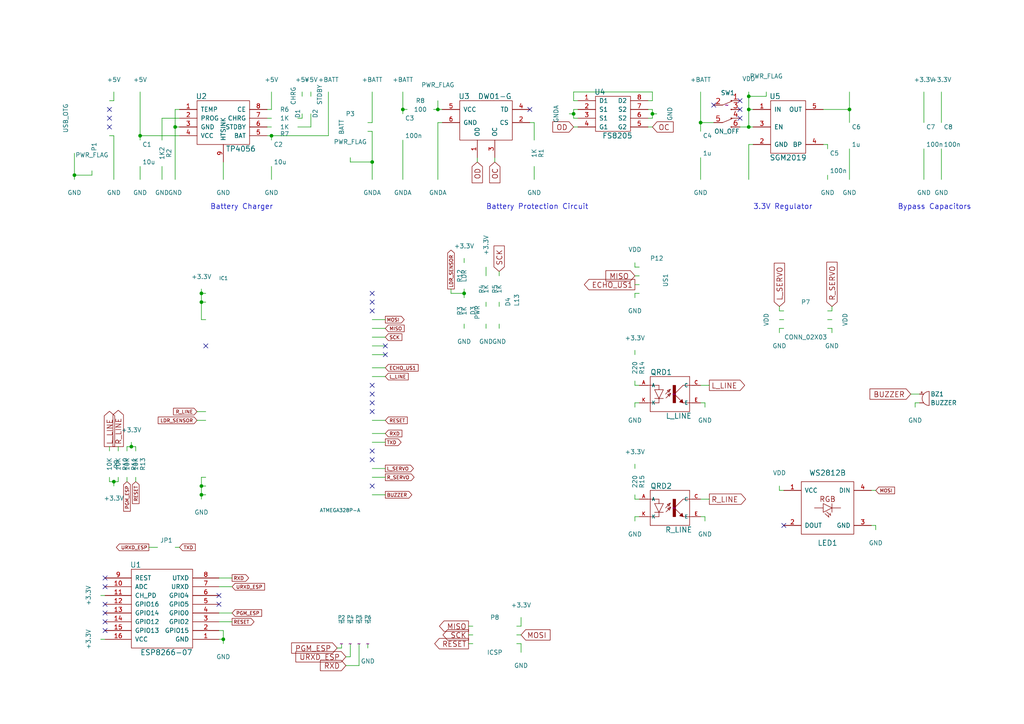
<source format=kicad_sch>
(kicad_sch (version 20230121) (generator eeschema)
  (paper "A4")
  (title_block (title "RoDI - WiFi") (date "12 apr 2015"))
  (lib_symbols
    (symbol "rodi:DW01-G" (pin_names (offset 1.016))
      (property "Reference" "U" (at -6.35 7.62 0))
      (property "Value" "DW01-G" (at 2.54 7.62 0))
      (symbol "DW01-G_0_1"
        (rectangle (start -7.62 6.35) (end 7.62 -5.08))
      )
      (symbol "DW01-G_1_1"
        (pin output line (at -2.54 -10.16 90) (length 5.08) (name "OD") (number "1"))
        (pin input line (at 12.7 0 180) (length 5.08) (name "CS") (number "2"))
        (pin output line (at 2.54 -10.16 90) (length 5.08) (name "OC") (number "3"))
        (pin input line (at 12.7 3.81 180) (length 5.08) (name "TD") (number "4"))
        (pin power_in line (at -12.7 3.81 0) (length 5.08) (name "VCC") (number "5"))
        (pin power_in line (at -12.7 0 0) (length 5.08) (name "GND") (number "6"))
      )
    )
    (symbol "rodi:ESP8266-07" (pin_names (offset 1.016))
      (property "Reference" "U" (at -7.62 12.7 0))
      (property "Value" "ESP8266-07" (at 1.27 -12.7 0))
      (symbol "ESP8266-07_0_1"
        (rectangle (start -8.89 11.43) (end 8.89 -11.43))
      )
      (symbol "ESP8266-07_1_1"
        (pin power_in line (at 16.51 -8.89 180) (length 7.62) (name "GND") (number "1"))
        (pin input line (at -16.51 6.35 0) (length 7.62) (name "ADC") (number "10"))
        (pin input line (at -16.51 3.81 0) (length 7.62) (name "CH_PD") (number "11"))
        (pin bidirectional line (at -16.51 1.27 0) (length 7.62) (name "GPIO16") (number "12"))
        (pin bidirectional line (at -16.51 -1.27 0) (length 7.62) (name "GPIO14") (number "13"))
        (pin bidirectional line (at -16.51 -3.81 0) (length 7.62) (name "GPIO12") (number "14"))
        (pin bidirectional line (at -16.51 -6.35 0) (length 7.62) (name "GPIO13") (number "15"))
        (pin power_in line (at -16.51 -8.89 0) (length 7.62) (name "VCC") (number "16"))
        (pin input line (at 16.51 -6.35 180) (length 7.62) (name "GPIO15") (number "2"))
        (pin bidirectional line (at 16.51 -3.81 180) (length 7.62) (name "GPIO2") (number "3"))
        (pin bidirectional line (at 16.51 -1.27 180) (length 7.62) (name "GPIO0") (number "4"))
        (pin bidirectional line (at 16.51 1.27 180) (length 7.62) (name "GPIO5") (number "5"))
        (pin bidirectional line (at 16.51 3.81 180) (length 7.62) (name "GPIO4") (number "6"))
        (pin input line (at 16.51 6.35 180) (length 7.62) (name "URXD") (number "7"))
        (pin output line (at 16.51 8.89 180) (length 7.62) (name "UTXD") (number "8"))
        (pin input line (at -16.51 8.89 0) (length 7.62) (name "REST") (number "9"))
      )
    )
    (symbol "rodi:FS8205" (pin_names (offset 1.016))
      (property "Reference" "U" (at -3.81 6.35 0))
      (property "Value" "FS8205" (at 1.27 -6.35 0))
      (symbol "FS8205_0_1"
        (rectangle (start -5.08 5.08) (end 5.08 -5.08))
      )
      (symbol "FS8205_1_1"
        (pin bidirectional line (at -10.16 3.81 0) (length 5.08) (name "D1") (number "1"))
        (pin power_in line (at -10.16 1.27 0) (length 5.08) (name "S1") (number "2"))
        (pin power_in line (at -10.16 -1.27 0) (length 5.08) (name "S1") (number "3"))
        (pin bidirectional line (at -10.16 -3.81 0) (length 5.08) (name "G1") (number "4"))
        (pin bidirectional line (at 10.16 -3.81 180) (length 5.08) (name "G2") (number "5"))
        (pin power_in line (at 10.16 -1.27 180) (length 5.08) (name "S2") (number "6"))
        (pin power_in line (at 10.16 1.27 180) (length 5.08) (name "S2") (number "7"))
        (pin bidirectional line (at 10.16 3.81 180) (length 5.08) (name "D2") (number "8"))
      )
    )
    (symbol "rodi:QRD1114" (pin_names (offset 1.016))
      (property "Reference" "VAL" (at -2.54 6.35 0))
      (property "Value" "QRD1114" (at 2.54 -6.35 0))
      (symbol "QRD1114_1_0"
        (polyline (pts (xy -5.715 -5.08) (xy 5.715 -5.08)))
        (polyline (pts (xy -5.715 5.08) (xy -5.715 -5.08)))
        (polyline (pts (xy -5.715 5.08) (xy 5.715 5.08)))
        (polyline (pts (xy -3.175 -2.54) (xy -6.35 -2.54)))
        (polyline (pts (xy -3.175 -1.27) (xy -4.445 -1.27)))
        (polyline (pts (xy -3.175 -1.27) (xy -4.445 1.27)))
        (polyline (pts (xy -3.175 -1.27) (xy -3.175 -2.54)))
        (polyline (pts (xy -3.175 1.27) (xy -4.445 1.27)))
        (polyline (pts (xy -3.175 2.54) (xy -6.35 2.54)))
        (polyline (pts (xy -3.175 2.54) (xy -3.175 1.27)))
        (polyline (pts (xy -1.905 -1.27) (xy -3.175 -1.27)))
        (polyline (pts (xy -1.905 1.27) (xy -3.175 -1.27)))
        (polyline (pts (xy -1.905 1.27) (xy -3.175 1.27)))
        (polyline (pts (xy -1.27 0) (xy 0.127 1.397)))
        (polyline (pts (xy -1.143 -1.143) (xy 0.254 0.254)))
        (polyline (pts (xy -0.762 1.016) (xy -0.254 0.508)))
        (polyline (pts (xy -0.635 -0.127) (xy -0.127 -0.635)))
        (polyline (pts (xy -0.254 0.508) (xy 0.127 1.397)))
        (polyline (pts (xy -0.127 -0.635) (xy 0.254 0.254)))
        (polyline (pts (xy 0.127 1.397) (xy -0.762 1.016)))
        (polyline (pts (xy 0.254 0.254) (xy -0.635 -0.127)))
        (polyline (pts (xy 1.27 0) (xy 3.81 -2.54)))
        (polyline (pts (xy 3.81 -2.54) (xy 6.35 -2.54)))
        (polyline (pts (xy 3.81 2.54) (xy 1.27 0)))
        (polyline (pts (xy 3.81 2.54) (xy 6.35 2.54)))
        (polyline (pts (xy 5.715 5.08) (xy 5.715 -5.08)))
        (polyline (pts (xy 3.81 -2.54) (xy 3.556 -1.524) (xy 2.794 -2.286) (xy 3.81 -2.54)) (fill (type outline)))
      )
      (symbol "QRD1114_1_1"
        (rectangle (start 0.889 -2.54) (end 1.651 2.54) (fill (type outline)))
        (pin passive line (at -8.89 2.54 0) (length 2.54) (name "A") (number "A"))
        (pin passive line (at 8.89 2.54 180) (length 2.54) (name "C") (number "C"))
        (pin passive line (at 8.89 -2.54 180) (length 2.54) (name "E") (number "E"))
        (pin passive line (at -8.89 -2.54 0) (length 2.54) (name "K") (number "K"))
      )
    )
    (symbol "rodi:SGM2019" (pin_names (offset 1.016))
      (property "Reference" "U" (at -3.81 8.89 0))
      (property "Value" "SGM2019" (at 0 -8.89 0))
      (symbol "SGM2019_0_1"
        (rectangle (start -5.08 7.62) (end 5.08 -7.62))
      )
      (symbol "SGM2019_1_1"
        (pin power_in line (at -10.16 5.08 0) (length 5.08) (name "IN") (number "1"))
        (pin power_in line (at -10.16 -5.08 0) (length 5.08) (name "GND") (number "2"))
        (pin input line (at -10.16 0 0) (length 5.08) (name "EN") (number "3"))
        (pin output line (at 10.16 -5.08 180) (length 5.08) (name "BP") (number "4"))
        (pin power_out line (at 10.16 5.08 180) (length 5.08) (name "OUT") (number "5"))
      )
    )
    (symbol "rodi:SW_DPDT_5.8" (pin_names (offset 1.016) hide)
      (property "Reference" "SW" (at 0.254 3.556 0))
      (property "Value" "SW_DPDT_5.8" (at 0 -7.62 0))
      (symbol "SW_DPDT_5.8_0_1"
        (polyline (pts (xy -1.27 -5.08) (xy 1.524 -3.937)))
        (polyline (pts (xy -1.27 0) (xy 1.524 1.143)))
        (circle (center 1.27 -6.35) (radius 0.127))
        (circle (center 1.27 -3.81) (radius 0.127))
        (circle (center 1.27 -1.27) (radius 0.127))
        (circle (center 1.27 1.27) (radius 0.127))
        (pin passive line (at 3.81 1.27 180) (length 2.54) (name "NC") (number "1"))
        (pin passive line (at -3.81 0 0) (length 2.54) (name "COM") (number "2"))
        (pin passive line (at 3.81 -1.27 180) (length 2.54) (name "NO") (number "3"))
        (pin passive line (at 3.81 -3.81 180) (length 2.54) (name "NC") (number "4"))
        (pin passive line (at -3.81 -5.08 0) (length 2.54) (name "COM") (number "5"))
        (pin passive line (at 3.81 -6.35 180) (length 2.54) (name "NO") (number "6"))
      )
    )
    (symbol "rodi:TP4056" (pin_names (offset 1.016))
      (property "Reference" "U" (at -6.35 7.62 0))
      (property "Value" "TP4056" (at 5.08 -7.62 0))
      (symbol "TP4056_0_1"
        (rectangle (start -7.62 6.35) (end 7.62 -6.35))
      )
      (symbol "TP4056_1_1"
        (pin power_in line (at -12.7 3.81 0) (length 5.08) (name "TEMP") (number "1"))
        (pin input line (at -12.7 1.27 0) (length 5.08) (name "PROG") (number "2"))
        (pin power_in line (at -12.7 -1.27 0) (length 5.08) (name "GND") (number "3"))
        (pin power_in line (at -12.7 -3.81 0) (length 5.08) (name "VCC") (number "4"))
        (pin power_out line (at 12.7 -3.81 180) (length 5.08) (name "BAT") (number "5"))
        (pin output line (at 12.7 -1.27 180) (length 5.08) (name "STDBY") (number "6"))
        (pin output line (at 12.7 1.27 180) (length 5.08) (name "CHRG") (number "7"))
        (pin power_in line (at 12.7 3.81 180) (length 5.08) (name "CE") (number "8"))
        (pin power_in line (at 0 -11.43 90) (length 5.08) (name "HTSINK") (number "9"))
      )
    )
    (symbol "rodi:WS2812B" (pin_names (offset 1.016))
      (property "Reference" "LED" (at 0 -10.16 0))
      (property "Value" "WS2812B" (at 0 10.16 0))
      (symbol "WS2812B_0_0"
        (polyline (pts (xy -1.27 0) (xy -3.81 0)))
        (polyline (pts (xy -0.254 -1.143) (xy 0.889 -2.159)))
        (polyline (pts (xy 0.381 -2.667) (xy -0.762 -1.651)))
        (polyline (pts (xy 0.381 -2.667) (xy 0.254 -2.032)))
        (polyline (pts (xy 0.889 -2.159) (xy 0.762 -1.524)))
        (polyline (pts (xy 1.27 0) (xy 3.81 0)))
        (text "RGB" (at 0 2.54 0) (effects (font (size 1.524 1.524))))
      )
      (symbol "WS2812B_0_1"
        (rectangle (start -7.62 7.62) (end 7.62 -7.62))
        (polyline (pts (xy 1.27 0) (xy -1.27 1.27) (xy -1.27 -1.27) (xy 1.27 0) (xy 1.27 0)))
        (rectangle (start 1.27 1.27) (end 1.27 -1.27))
      )
      (symbol "WS2812B_1_1"
        (pin power_in line (at -12.7 5.08 0) (length 5.0038) (name "VCC") (number "1"))
        (pin output line (at -12.7 -5.08 0) (length 5.0038) (name "DOUT") (number "2"))
        (pin power_in line (at 12.7 -5.08 180) (length 5.0038) (name "GND") (number "3"))
        (pin input line (at 12.7 5.08 180) (length 5.0038) (name "DIN") (number "4"))
      )
    )
    (symbol "rodi:buzzer" (pin_numbers hide) (pin_names (offset 0.254) hide)
      (property "Reference" "BZ" (at 1.905 1.27 0))
      (property "Value" "buzzer" (at 1.905 -1.27 0))
      (symbol "buzzer_0_1"
        (polyline (pts (xy 1.524 2.032) (xy 1.524 -2.032)))
        (polyline (pts (xy -0.635 2.032) (xy -0.635 1.524) (xy -0.635 1.524)))
        (polyline (pts (xy -0.381 1.778) (xy -0.889 1.778) (xy -0.889 1.778)))
        (arc (start 1.524 2.032) (mid -0.4992 0) (end 1.524 -2.032))
      )
      (symbol "buzzer_1_1"
        (pin passive line (at -1.27 1.27 0) (length 1.1938) (name "~") (number "1"))
        (pin passive line (at -1.27 -1.27 0) (length 1.1938) (name "~") (number "2"))
      )
    )
  )
  (junction (at 217.17 31.75))
  (junction (at 38.1 129.54))
  (junction (at 58.42 143.51))
  (junction (at 246.38 31.75))
  (junction (at 58.42 140.97))
  (junction (at 203.2 35.56))
  (junction (at 33.02 139.7))
  (junction (at 127 31.75))
  (junction (at 116.84 31.75))
  (junction (at 50.8 36.83))
  (junction (at 21.59 50.8))
  (junction (at 217.17 27.94))
  (junction (at 58.42 87.63))
  (junction (at 40.64 39.37))
  (junction (at 107.95 46.99))
  (junction (at 217.17 36.83))
  (junction (at 166.37 33.02))
  (junction (at 64.77 185.42))
  (junction (at 58.42 85.09))
  (junction (at 134.62 85.09))
  (junction (at 189.23 33.02))
  (junction (at 78.74 39.37))
  (no_connect (at 214.63 31.75))
  (no_connect (at 107.95 133.35))
  (no_connect (at 107.95 130.81))
  (no_connect (at 153.67 31.75))
  (no_connect (at 59.69 100.33))
  (no_connect (at 111.76 102.87))
  (no_connect (at 30.48 167.64))
  (no_connect (at 107.95 111.76))
  (no_connect (at 31.75 36.83))
  (no_connect (at 107.95 140.97))
  (no_connect (at 30.48 177.8))
  (no_connect (at 63.5 172.72))
  (no_connect (at 63.5 175.26))
  (no_connect (at 31.75 34.29))
  (no_connect (at 227.33 152.4))
  (no_connect (at 214.63 29.21))
  (no_connect (at 107.95 87.63))
  (no_connect (at 30.48 182.88))
  (no_connect (at 111.76 100.33))
  (no_connect (at 107.95 114.3))
  (no_connect (at 30.48 170.18))
  (no_connect (at 107.95 85.09))
  (no_connect (at 107.95 119.38))
  (no_connect (at 30.48 180.34))
  (no_connect (at 207.01 30.48))
  (no_connect (at 107.95 116.84))
  (no_connect (at 214.63 34.29))
  (no_connect (at 31.75 31.75))
  (no_connect (at 107.95 90.17))
  (no_connect (at 30.48 175.26))
  (wire (pts (xy 46.99 34.29) (xy 52.07 34.29)))
  (wire (pts (xy 135.89 181.61) (xy 137.16 181.61)))
  (wire (pts (xy 58.42 87.63) (xy 58.42 92.71)))
  (wire (pts (xy 167.64 29.21) (xy 166.37 29.21)))
  (wire (pts (xy 217.17 27.94) (xy 217.17 31.75)))
  (wire (pts (xy 166.37 31.75) (xy 166.37 33.02)))
  (wire (pts (xy 58.42 92.71) (xy 59.69 92.71)))
  (wire (pts (xy 203.2 35.56) (xy 203.2 38.1)))
  (wire (pts (xy 226.06 92.71) (xy 227.33 92.71)))
  (wire (pts (xy 151.13 186.69) (xy 149.86 186.69)))
  (wire (pts (xy 241.3 90.17) (xy 240.03 90.17)))
  (wire (pts (xy 184.15 149.86) (xy 184.15 151.13)))
  (wire (pts (xy 266.7 114.3) (xy 264.16 114.3)))
  (wire (pts (xy 46.99 40.64) (xy 46.99 34.29)))
  (wire (pts (xy 38.1 128.27) (xy 38.1 129.54)))
  (wire (pts (xy 67.31 170.18) (xy 63.5 170.18)))
  (wire (pts (xy 189.23 31.75) (xy 189.23 33.02)))
  (wire (pts (xy 39.37 138.43) (xy 39.37 139.7)))
  (wire (pts (xy 166.37 29.21) (xy 166.37 26.67)))
  (wire (pts (xy 90.17 33.02) (xy 90.17 36.83)))
  (wire (pts (xy 59.69 138.43) (xy 58.42 138.43)))
  (wire (pts (xy 34.29 139.7) (xy 33.02 139.7)))
  (wire (pts (xy 204.47 116.84) (xy 204.47 118.11)))
  (wire (pts (xy 95.25 39.37) (xy 95.25 26.67)))
  (wire (pts (xy 87.63 26.67) (xy 87.63 27.94)))
  (wire (pts (xy 184.15 116.84) (xy 184.15 118.11)))
  (wire (pts (xy 58.42 143.51) (xy 58.42 144.78)))
  (wire (pts (xy 50.8 36.83) (xy 52.07 36.83)))
  (wire (pts (xy 134.62 83.82) (xy 134.62 85.09)))
  (wire (pts (xy 267.97 43.18) (xy 267.97 52.07)))
  (wire (pts (xy 38.1 129.54) (xy 39.37 129.54)))
  (wire (pts (xy 185.42 85.09) (xy 184.15 85.09)))
  (wire (pts (xy 203.2 111.76) (xy 205.74 111.76)))
  (wire (pts (xy 63.5 182.88) (xy 64.77 182.88)))
  (wire (pts (xy 111.76 109.22) (xy 107.95 109.22)))
  (wire (pts (xy 185.42 80.01) (xy 184.15 80.01)))
  (wire (pts (xy 78.74 48.26) (xy 78.74 52.07)))
  (wire (pts (xy 87.63 33.02) (xy 87.63 34.29)))
  (wire (pts (xy 240.03 92.71) (xy 241.3 92.71)))
  (wire (pts (xy 241.3 96.52) (xy 241.3 95.25)))
  (wire (pts (xy 26.67 49.53) (xy 26.67 50.8)))
  (wire (pts (xy 58.42 138.43) (xy 58.42 140.97)))
  (wire (pts (xy 238.76 41.91) (xy 240.03 41.91)))
  (wire (pts (xy 151.13 186.69) (xy 151.13 189.23)))
  (wire (pts (xy 63.5 177.8) (xy 67.31 177.8)))
  (wire (pts (xy 107.95 26.67) (xy 107.95 35.56)))
  (wire (pts (xy 217.17 41.91) (xy 217.17 52.07)))
  (wire (pts (xy 226.06 95.25) (xy 226.06 96.52)))
  (wire (pts (xy 101.6 190.5) (xy 101.6 186.69)))
  (wire (pts (xy 111.76 121.92) (xy 107.95 121.92)))
  (wire (pts (xy 111.76 102.87) (xy 107.95 102.87)))
  (wire (pts (xy 77.47 39.37) (xy 78.74 39.37)))
  (wire (pts (xy 140.97 93.98) (xy 140.97 95.25)))
  (wire (pts (xy 50.8 31.75) (xy 50.8 36.83)))
  (wire (pts (xy 134.62 95.25) (xy 134.62 93.98)))
  (wire (pts (xy 144.78 93.98) (xy 144.78 95.25)))
  (wire (pts (xy 203.2 144.78) (xy 205.74 144.78)))
  (wire (pts (xy 100.33 190.5) (xy 101.6 190.5)))
  (wire (pts (xy 246.38 26.67) (xy 246.38 31.75)))
  (wire (pts (xy 204.47 149.86) (xy 204.47 151.13)))
  (wire (pts (xy 154.94 35.56) (xy 153.67 35.56)))
  (wire (pts (xy 59.69 121.92) (xy 57.15 121.92)))
  (wire (pts (xy 222.25 26.67) (xy 222.25 27.94)))
  (wire (pts (xy 106.68 186.69) (xy 106.68 187.96)))
  (wire (pts (xy 100.33 193.04) (xy 104.14 193.04)))
  (wire (pts (xy 63.5 180.34) (xy 67.31 180.34)))
  (wire (pts (xy 64.77 185.42) (xy 63.5 185.42)))
  (wire (pts (xy 78.74 39.37) (xy 95.25 39.37)))
  (wire (pts (xy 116.84 40.64) (xy 116.84 52.07)))
  (wire (pts (xy 64.77 182.88) (xy 64.77 185.42)))
  (wire (pts (xy 107.95 100.33) (xy 111.76 100.33)))
  (wire (pts (xy 111.76 125.73) (xy 107.95 125.73)))
  (wire (pts (xy 116.84 31.75) (xy 116.84 33.02)))
  (wire (pts (xy 111.76 138.43) (xy 107.95 138.43)))
  (wire (pts (xy 33.02 26.67) (xy 33.02 29.21)))
  (wire (pts (xy 185.42 77.47) (xy 184.15 77.47)))
  (wire (pts (xy 238.76 31.75) (xy 246.38 31.75)))
  (wire (pts (xy 154.94 48.26) (xy 154.94 52.07)))
  (wire (pts (xy 226.06 142.24) (xy 226.06 140.97)))
  (wire (pts (xy 90.17 36.83) (xy 86.36 36.83)))
  (wire (pts (xy 241.3 95.25) (xy 240.03 95.25)))
  (wire (pts (xy 222.25 27.94) (xy 217.17 27.94)))
  (wire (pts (xy 185.42 149.86) (xy 184.15 149.86)))
  (wire (pts (xy 64.77 52.07) (xy 64.77 46.99)))
  (wire (pts (xy 189.23 33.02) (xy 190.5 33.02)))
  (wire (pts (xy 59.69 140.97) (xy 58.42 140.97)))
  (wire (pts (xy 31.75 138.43) (xy 31.75 139.7)))
  (wire (pts (xy 107.95 128.27) (xy 111.76 128.27)))
  (wire (pts (xy 36.83 129.54) (xy 36.83 130.81)))
  (wire (pts (xy 184.15 85.09) (xy 184.15 86.36)))
  (wire (pts (xy 217.17 36.83) (xy 218.44 36.83)))
  (wire (pts (xy 227.33 95.25) (xy 226.06 95.25)))
  (wire (pts (xy 203.2 35.56) (xy 207.01 35.56)))
  (wire (pts (xy 107.95 38.1) (xy 107.95 46.99)))
  (wire (pts (xy 36.83 129.54) (xy 38.1 129.54)))
  (wire (pts (xy 107.95 143.51) (xy 111.76 143.51)))
  (wire (pts (xy 184.15 144.78) (xy 185.42 144.78)))
  (wire (pts (xy 189.23 34.29) (xy 187.96 34.29)))
  (wire (pts (xy 101.6 46.99) (xy 107.95 46.99)))
  (wire (pts (xy 30.48 185.42) (xy 29.21 185.42)))
  (wire (pts (xy 34.29 138.43) (xy 34.29 139.7)))
  (wire (pts (xy 59.69 85.09) (xy 58.42 85.09)))
  (wire (pts (xy 165.1 33.02) (xy 166.37 33.02)))
  (wire (pts (xy 217.17 31.75) (xy 218.44 31.75)))
  (wire (pts (xy 111.76 97.79) (xy 107.95 97.79)))
  (wire (pts (xy 187.96 36.83) (xy 189.23 36.83)))
  (wire (pts (xy 189.23 31.75) (xy 187.96 31.75)))
  (wire (pts (xy 50.8 36.83) (xy 50.8 52.07)))
  (wire (pts (xy 166.37 33.02) (xy 166.37 34.29)))
  (wire (pts (xy 184.15 110.49) (xy 184.15 111.76)))
  (wire (pts (xy 33.02 139.7) (xy 33.02 140.97)))
  (wire (pts (xy 78.74 39.37) (xy 78.74 40.64)))
  (wire (pts (xy 58.42 83.82) (xy 58.42 85.09)))
  (wire (pts (xy 130.81 83.82) (xy 130.81 85.09)))
  (wire (pts (xy 252.73 152.4) (xy 254 152.4)))
  (wire (pts (xy 36.83 139.7) (xy 36.83 138.43)))
  (wire (pts (xy 116.84 26.67) (xy 116.84 31.75)))
  (wire (pts (xy 33.02 29.21) (xy 31.75 29.21)))
  (wire (pts (xy 144.78 78.74) (xy 144.78 80.01)))
  (wire (pts (xy 214.63 36.83) (xy 217.17 36.83)))
  (wire (pts (xy 135.89 186.69) (xy 137.16 186.69)))
  (wire (pts (xy 90.17 26.67) (xy 90.17 27.94)))
  (wire (pts (xy 246.38 31.75) (xy 246.38 35.56)))
  (wire (pts (xy 34.29 130.81) (xy 34.29 129.54)))
  (wire (pts (xy 189.23 33.02) (xy 189.23 34.29)))
  (wire (pts (xy 40.64 39.37) (xy 40.64 40.64)))
  (wire (pts (xy 246.38 52.07) (xy 246.38 43.18)))
  (wire (pts (xy 40.64 48.26) (xy 40.64 52.07)))
  (wire (pts (xy 203.2 149.86) (xy 204.47 149.86)))
  (wire (pts (xy 104.14 193.04) (xy 104.14 186.69)))
  (wire (pts (xy 21.59 44.45) (xy 21.59 50.8)))
  (wire (pts (xy 111.76 95.25) (xy 107.95 95.25)))
  (wire (pts (xy 111.76 106.68) (xy 107.95 106.68)))
  (wire (pts (xy 266.7 116.84) (xy 265.43 116.84)))
  (wire (pts (xy 52.07 31.75) (xy 50.8 31.75)))
  (wire (pts (xy 226.06 88.9) (xy 226.06 90.17)))
  (wire (pts (xy 184.15 82.55) (xy 185.42 82.55)))
  (wire (pts (xy 130.81 85.09) (xy 134.62 85.09)))
  (wire (pts (xy 134.62 85.09) (xy 134.62 86.36)))
  (wire (pts (xy 39.37 129.54) (xy 39.37 130.81)))
  (wire (pts (xy 226.06 90.17) (xy 227.33 90.17)))
  (wire (pts (xy 127 35.56) (xy 128.27 35.56)))
  (wire (pts (xy 99.06 187.96) (xy 97.79 187.96)))
  (wire (pts (xy 218.44 41.91) (xy 217.17 41.91)))
  (wire (pts (xy 134.62 74.93) (xy 134.62 76.2)))
  (wire (pts (xy 59.69 143.51) (xy 58.42 143.51)))
  (wire (pts (xy 31.75 39.37) (xy 33.02 39.37)))
  (wire (pts (xy 137.16 184.15) (xy 135.89 184.15)))
  (wire (pts (xy 78.74 26.67) (xy 78.74 31.75)))
  (wire (pts (xy 144.78 87.63) (xy 144.78 88.9)))
  (wire (pts (xy 67.31 167.64) (xy 63.5 167.64)))
  (wire (pts (xy 106.68 38.1) (xy 107.95 38.1)))
  (wire (pts (xy 52.07 39.37) (xy 40.64 39.37)))
  (wire (pts (xy 87.63 34.29) (xy 86.36 34.29)))
  (wire (pts (xy 33.02 139.7) (xy 31.75 139.7)))
  (wire (pts (xy 227.33 142.24) (xy 226.06 142.24)))
  (wire (pts (xy 184.15 143.51) (xy 184.15 144.78)))
  (wire (pts (xy 127 31.75) (xy 128.27 31.75)))
  (wire (pts (xy 138.43 46.99) (xy 138.43 45.72)))
  (wire (pts (xy 166.37 26.67) (xy 189.23 26.67)))
  (wire (pts (xy 50.8 158.75) (xy 52.07 158.75)))
  (wire (pts (xy 33.02 39.37) (xy 33.02 52.07)))
  (wire (pts (xy 184.15 101.6) (xy 184.15 102.87)))
  (wire (pts (xy 203.2 52.07) (xy 203.2 45.72)))
  (wire (pts (xy 184.15 134.62) (xy 184.15 135.89)))
  (wire (pts (xy 273.05 43.18) (xy 273.05 52.07)))
  (wire (pts (xy 167.64 31.75) (xy 166.37 31.75)))
  (wire (pts (xy 151.13 181.61) (xy 151.13 179.07)))
  (wire (pts (xy 185.42 116.84) (xy 184.15 116.84)))
  (wire (pts (xy 143.51 45.72) (xy 143.51 46.99)))
  (wire (pts (xy 154.94 35.56) (xy 154.94 40.64)))
  (wire (pts (xy 203.2 116.84) (xy 204.47 116.84)))
  (wire (pts (xy 217.17 31.75) (xy 217.17 36.83)))
  (wire (pts (xy 167.64 36.83) (xy 166.37 36.83)))
  (wire (pts (xy 64.77 185.42) (xy 64.77 186.69)))
  (wire (pts (xy 267.97 26.67) (xy 267.97 35.56)))
  (wire (pts (xy 240.03 50.8) (xy 240.03 52.07)))
  (wire (pts (xy 273.05 26.67) (xy 273.05 35.56)))
  (wire (pts (xy 116.84 31.75) (xy 118.11 31.75)))
  (wire (pts (xy 59.69 87.63) (xy 58.42 87.63)))
  (wire (pts (xy 101.6 45.72) (xy 101.6 46.99)))
  (wire (pts (xy 184.15 111.76) (xy 185.42 111.76)))
  (wire (pts (xy 99.06 186.69) (xy 99.06 187.96)))
  (wire (pts (xy 127 29.21) (xy 127 31.75)))
  (wire (pts (xy 46.99 48.26) (xy 46.99 52.07)))
  (wire (pts (xy 31.75 129.54) (xy 31.75 130.81)))
  (wire (pts (xy 26.67 50.8) (xy 21.59 50.8)))
  (wire (pts (xy 58.42 140.97) (xy 58.42 143.51)))
  (wire (pts (xy 59.69 119.38) (xy 57.15 119.38)))
  (wire (pts (xy 151.13 184.15) (xy 149.86 184.15)))
  (wire (pts (xy 140.97 87.63) (xy 140.97 88.9)))
  (wire (pts (xy 107.95 92.71) (xy 111.76 92.71)))
  (wire (pts (xy 107.95 135.89) (xy 111.76 135.89)))
  (wire (pts (xy 265.43 116.84) (xy 265.43 118.11)))
  (wire (pts (xy 151.13 181.61) (xy 149.86 181.61)))
  (wire (pts (xy 77.47 36.83) (xy 78.74 36.83)))
  (wire (pts (xy 127 52.07) (xy 127 35.56)))
  (wire (pts (xy 125.73 31.75) (xy 127 31.75)))
  (wire (pts (xy 58.42 85.09) (xy 58.42 87.63)))
  (wire (pts (xy 254 142.24) (xy 252.73 142.24)))
  (wire (pts (xy 254 152.4) (xy 254 153.67)))
  (wire (pts (xy 77.47 34.29) (xy 78.74 34.29)))
  (wire (pts (xy 107.95 46.99) (xy 107.95 52.07)))
  (wire (pts (xy 240.03 41.91) (xy 240.03 43.18)))
  (wire (pts (xy 166.37 34.29) (xy 167.64 34.29)))
  (wire (pts (xy 217.17 26.67) (xy 217.17 27.94)))
  (wire (pts (xy 203.2 26.67) (xy 203.2 35.56)))
  (wire (pts (xy 43.18 158.75) (xy 45.72 158.75)))
  (wire (pts (xy 241.3 88.9) (xy 241.3 90.17)))
  (wire (pts (xy 140.97 77.47) (xy 140.97 80.01)))
  (wire (pts (xy 184.15 77.47) (xy 184.15 76.2)))
  (wire (pts (xy 40.64 26.67) (xy 40.64 39.37)))
  (wire (pts (xy 189.23 29.21) (xy 187.96 29.21)))
  (wire (pts (xy 21.59 50.8) (xy 21.59 52.07)))
  (wire (pts (xy 29.21 172.72) (xy 30.48 172.72)))
  (wire (pts (xy 107.95 35.56) (xy 106.68 35.56)))
  (wire (pts (xy 78.74 31.75) (xy 77.47 31.75)))
  (wire (pts (xy 189.23 26.67) (xy 189.23 29.21)))
  (text "Battery Protection Circuit" (at 140.97 60.96 0) (effects (font (size 1.524 1.524)) (justify left bottom)))
  (text "3.3V Regulator" (at 218.44 60.96 0) (effects (font (size 1.524 1.524)) (justify left bottom)))
  (text "Bypass Capacitors" (at 260.35 60.96 0) (effects (font (size 1.524 1.524)) (justify left bottom)))
  (text "Battery Charger\n" (at 60.96 60.96 0) (effects (font (size 1.524 1.524)) (justify left bottom)))
  (global_label "RXD" (shape output) (at 67.31 167.64 0) (effects (font (size 0.9906 0.9906))) (property "Intersheetrefs" "${INTERSHEET_REFS}" (effects hide)))
  (global_label "BUZZER" (shape output) (at 111.76 143.51 0) (effects (font (size 0.9906 0.9906))) (property "Intersheetrefs" "${INTERSHEET_REFS}" (effects hide)))
  (global_label "L_LINE" (shape input) (at 111.76 109.22 0) (effects (font (size 0.9906 0.9906))) (property "Intersheetrefs" "${INTERSHEET_REFS}" (effects hide)))
  (global_label "RESET" (shape output) (at 67.31 180.34 0) (effects (font (size 0.9906 0.9906))) (property "Intersheetrefs" "${INTERSHEET_REFS}" (effects hide)))
  (global_label "MOSI" (shape input) (at 254 142.24 0) (effects (font (size 0.9906 0.9906))) (property "Intersheetrefs" "${INTERSHEET_REFS}" (effects hide)))
  (global_label "L_SERVO" (shape output) (at 111.76 135.89 0) (effects (font (size 0.9906 0.9906))) (property "Intersheetrefs" "${INTERSHEET_REFS}" (effects hide)))
  (global_label "PGM_ESP" (shape input) (at 97.79 187.96 180) (effects (font (size 1.524 1.524))) (property "Intersheetrefs" "${INTERSHEET_REFS}" (effects hide)))
  (global_label "SCK" (shape input) (at 111.76 97.79 0) (effects (font (size 0.9906 0.9906))) (property "Intersheetrefs" "${INTERSHEET_REFS}" (effects hide)))
  (global_label "LDR_SENSOR" (shape input) (at 57.15 121.92 180) (effects (font (size 0.9906 0.9906))) (property "Intersheetrefs" "${INTERSHEET_REFS}" (effects hide)))
  (global_label "ECHO_US1" (shape output) (at 184.15 82.55 180) (effects (font (size 1.524 1.524))) (property "Intersheetrefs" "${INTERSHEET_REFS}" (effects hide)))
  (global_label "L_LINE" (shape output) (at 205.74 111.76 0) (effects (font (size 1.524 1.524))) (property "Intersheetrefs" "${INTERSHEET_REFS}" (effects hide)))
  (global_label "TXD" (shape output) (at 111.76 128.27 0) (effects (font (size 0.9906 0.9906))) (property "Intersheetrefs" "${INTERSHEET_REFS}" (effects hide)))
  (global_label "MOSI" (shape input) (at 151.13 184.15 0) (effects (font (size 1.524 1.524))) (property "Intersheetrefs" "${INTERSHEET_REFS}" (effects hide)))
  (global_label "RXD" (shape input) (at 111.76 125.73 0) (effects (font (size 0.9906 0.9906))) (property "Intersheetrefs" "${INTERSHEET_REFS}" (effects hide)))
  (global_label "R_LINE" (shape input) (at 57.15 119.38 180) (effects (font (size 0.9906 0.9906))) (property "Intersheetrefs" "${INTERSHEET_REFS}" (effects hide)))
  (global_label "OC" (shape input) (at 189.23 36.83 0) (effects (font (size 1.524 1.524))) (property "Intersheetrefs" "${INTERSHEET_REFS}" (effects hide)))
  (global_label "PGM_ESP" (shape input) (at 67.31 177.8 0) (effects (font (size 0.9906 0.9906))) (property "Intersheetrefs" "${INTERSHEET_REFS}" (effects hide)))
  (global_label "MISO" (shape input) (at 184.15 80.01 180) (effects (font (size 1.524 1.524))) (property "Intersheetrefs" "${INTERSHEET_REFS}" (effects hide)))
  (global_label "RESET" (shape output) (at 135.89 186.69 180) (effects (font (size 1.524 1.524))) (property "Intersheetrefs" "${INTERSHEET_REFS}" (effects hide)))
  (global_label "SCK" (shape output) (at 135.89 184.15 180) (effects (font (size 1.524 1.524))) (property "Intersheetrefs" "${INTERSHEET_REFS}" (effects hide)))
  (global_label "R_LINE" (shape output) (at 205.74 144.78 0) (effects (font (size 1.524 1.524))) (property "Intersheetrefs" "${INTERSHEET_REFS}" (effects hide)))
  (global_label "LDR_SENSOR" (shape output) (at 130.81 83.82 90) (effects (font (size 0.9906 0.9906))) (property "Intersheetrefs" "${INTERSHEET_REFS}" (effects hide)))
  (global_label "URXD_ESP" (shape output) (at 43.18 158.75 180) (effects (font (size 0.9906 0.9906))) (property "Intersheetrefs" "${INTERSHEET_REFS}" (effects hide)))
  (global_label "MOSI" (shape output) (at 111.76 92.71 0) (effects (font (size 0.9906 0.9906))) (property "Intersheetrefs" "${INTERSHEET_REFS}" (effects hide)))
  (global_label "SCK" (shape input) (at 144.78 78.74 90) (effects (font (size 1.524 1.524))) (property "Intersheetrefs" "${INTERSHEET_REFS}" (effects hide)))
  (global_label "R_LINE" (shape output) (at 34.29 129.54 90) (effects (font (size 1.524 1.524))) (property "Intersheetrefs" "${INTERSHEET_REFS}" (effects hide)))
  (global_label "TXD" (shape input) (at 52.07 158.75 0) (effects (font (size 0.9906 0.9906))) (property "Intersheetrefs" "${INTERSHEET_REFS}" (effects hide)))
  (global_label "L_SERVO" (shape input) (at 226.06 88.9 90) (effects (font (size 1.524 1.524))) (property "Intersheetrefs" "${INTERSHEET_REFS}" (effects hide)))
  (global_label "OD" (shape input) (at 166.37 36.83 180) (effects (font (size 1.524 1.524))) (property "Intersheetrefs" "${INTERSHEET_REFS}" (effects hide)))
  (global_label "OC" (shape input) (at 143.51 46.99 270) (effects (font (size 1.524 1.524))) (property "Intersheetrefs" "${INTERSHEET_REFS}" (effects hide)))
  (global_label "RESET" (shape input) (at 39.37 139.7 270) (effects (font (size 0.9906 0.9906))) (property "Intersheetrefs" "${INTERSHEET_REFS}" (effects hide)))
  (global_label "RXD" (shape input) (at 100.33 193.04 180) (effects (font (size 1.524 1.524))) (property "Intersheetrefs" "${INTERSHEET_REFS}" (effects hide)))
  (global_label "R_SERVO" (shape input) (at 241.3 88.9 90) (effects (font (size 1.524 1.524))) (property "Intersheetrefs" "${INTERSHEET_REFS}" (effects hide)))
  (global_label "L_LINE" (shape output) (at 31.75 129.54 90) (effects (font (size 1.524 1.524))) (property "Intersheetrefs" "${INTERSHEET_REFS}" (effects hide)))
  (global_label "ECHO_US1" (shape input) (at 111.76 106.68 0) (effects (font (size 0.9906 0.9906))) (property "Intersheetrefs" "${INTERSHEET_REFS}" (effects hide)))
  (global_label "PGM_ESP" (shape input) (at 36.83 139.7 270) (effects (font (size 0.9906 0.9906))) (property "Intersheetrefs" "${INTERSHEET_REFS}" (effects hide)))
  (global_label "RESET" (shape input) (at 111.76 121.92 0) (effects (font (size 0.9906 0.9906))) (property "Intersheetrefs" "${INTERSHEET_REFS}" (effects hide)))
  (global_label "URXD_ESP" (shape input) (at 67.31 170.18 0) (effects (font (size 0.9906 0.9906))) (property "Intersheetrefs" "${INTERSHEET_REFS}" (effects hide)))
  (global_label "URXD_ESP" (shape input) (at 100.33 190.5 180) (effects (font (size 1.524 1.524))) (property "Intersheetrefs" "${INTERSHEET_REFS}" (effects hide)))
  (global_label "R_SERVO" (shape output) (at 111.76 138.43 0) (effects (font (size 0.9906 0.9906))) (property "Intersheetrefs" "${INTERSHEET_REFS}" (effects hide)))
  (global_label "BUZZER" (shape input) (at 264.16 114.3 180) (effects (font (size 1.524 1.524))) (property "Intersheetrefs" "${INTERSHEET_REFS}" (effects hide)))
  (global_label "OD" (shape input) (at 138.43 46.99 270) (effects (font (size 1.524 1.524))) (property "Intersheetrefs" "${INTERSHEET_REFS}" (effects hide)))
  (global_label "MISO" (shape input) (at 111.76 95.25 0) (effects (font (size 0.9906 0.9906))) (property "Intersheetrefs" "${INTERSHEET_REFS}" (effects hide)))
  (global_label "MISO" (shape output) (at 135.89 181.61 180) (effects (font (size 1.524 1.524))) (property "Intersheetrefs" "${INTERSHEET_REFS}" (effects hide)))
  (symbol (lib_id "rodi:buzzer") (at 267.97 115.57 0) (unit 1)
    (property "Reference" "BZ1" (at 269.875 114.3 0) (effects (justify left)))
    (property "Value" "BUZZER" (at 269.875 116.84 0) (effects (justify left)))
    (property "Footprint" "Buzzers_Beepers:Buzzer_12x9.5RM7.6" (effects hide))
  )
  (symbol (lib_id "rodi:QRD1114") (at 194.31 114.3 0) (unit 1)
    (property "Reference" "QRD1" (at 191.77 107.95 0) (effects (font (size 1.524 1.524))))
    (property "Value" "L_LINE" (at 196.85 120.65 0) (effects (font (size 1.524 1.524))))
    (property "Footprint" "RoDI:QRD1114" (effects hide))
    (property "Datasheet" "~" (at 195.58 114.3 0) (effects (font (size 1.524 1.524))))
  )
  (symbol (lib_id "TST") (at 101.6 186.69 0) (unit 1)
    (property "Reference" "P4" (at 101.6 179.07 0) (effects (font (size 1.016 1.016))))
    (property "Value" "TST" (at 101.6 180.34 0) (effects (font (size 0.762 0.762))))
    (property "Footprint" "Connect:PINTST" (effects hide))
    (property "Datasheet" "~" (at 101.6 186.69 0) (effects (font (size 1.524 1.524))))
  )
  (symbol (lib_id "TST") (at 104.14 186.69 0) (unit 1)
    (property "Reference" "P5" (at 104.14 179.07 0) (effects (font (size 1.016 1.016))))
    (property "Value" "TST" (at 104.14 180.34 0) (effects (font (size 0.762 0.762))))
    (property "Footprint" "Connect:PINTST" (effects hide))
    (property "Datasheet" "~" (at 104.14 186.69 0) (effects (font (size 1.524 1.524))))
  )
  (symbol (lib_id "TST") (at 106.68 186.69 0) (mirror y) (unit 1)
    (property "Reference" "P6" (at 106.68 179.07 0) (effects (font (size 1.016 1.016))))
    (property "Value" "TST" (at 106.68 180.34 0) (effects (font (size 0.762 0.762))))
    (property "Footprint" "Connect:PINTST" (effects hide))
    (property "Datasheet" "~" (at 106.68 186.69 0) (effects (font (size 1.524 1.524))))
  )
  (symbol (lib_id "TST") (at 99.06 186.69 0) (mirror y) (unit 1)
    (property "Reference" "P2" (at 99.06 179.07 0) (effects (font (size 1.016 1.016))))
    (property "Value" "TST" (at 99.06 180.34 0) (effects (font (size 0.762 0.762))))
    (property "Footprint" "Connect:PINTST" (effects hide))
    (property "Datasheet" "~" (at 99.06 186.69 0) (effects (font (size 1.524 1.524))))
  )
  (symbol (lib_id "rodi:SW_DPDT_5.8") (at 210.82 30.48 0) (unit 1)
    (property "Reference" "SW1" (at 211.074 26.924 0))
    (property "Value" "ON_OFF" (at 210.82 38.1 0))
    (property "Footprint" "RoDI:SW_DPDT_5.8" (effects hide))
    (property "Datasheet" "~" (at 210.82 30.48 0) (effects (font (size 1.524 1.524))))
  )
  (symbol (lib_id "rodi:ESP8266-07") (at 46.99 176.53 0) (unit 1)
    (property "Reference" "U1" (at 39.37 163.83 0) (effects (font (size 1.524 1.524))))
    (property "Value" "ESP8266-07" (at 48.26 189.23 0) (effects (font (size 1.524 1.524))))
    (property "Footprint" "RoDI:ESP8266_ESP-07" (effects hide))
  )
  (symbol (lib_id "+3.3V") (at 29.21 185.42 90) (unit 1)
    (property "Reference" "#PWR01" (effects hide))
    (property "Value" "+3.3V" (at 25.654 185.42 0))
  )
  (symbol (lib_id "GND") (at 64.77 186.69 0) (unit 1)
    (property "Reference" "#PWR02" (effects hide))
    (property "Value" "GND" (at 64.77 190.5 0))
  )
  (symbol (lib_id "USB_OTG") (at 24.13 34.29 90) (mirror x) (unit 1)
    (property "Reference" "P1" (at 27.305 42.545 0))
    (property "Value" "USB_OTG" (at 19.05 34.29 0))
    (property "Footprint" "RoDI:USB_Micro-B" (effects hide))
  )
  (symbol (lib_id "+5V") (at 33.02 26.67 0) (unit 1)
    (property "Reference" "#PWR03" (effects hide))
    (property "Value" "+5V" (at 33.02 23.114 0))
  )
  (symbol (lib_id "C") (at 40.64 44.45 0) (unit 1)
    (property "Reference" "C1" (at 41.275 41.91 0) (effects (justify left)))
    (property "Value" "10u" (at 41.275 46.99 0) (effects (justify left)))
    (property "Footprint" "Capacitors_SMD:C_0603_HandSoldering" (effects hide))
  )
  (symbol (lib_id "R") (at 46.99 44.45 0) (unit 1)
    (property "Reference" "R2" (at 49.022 44.45 90))
    (property "Value" "1K2" (at 46.99 44.45 90))
    (property "Footprint" "Resistors_SMD:R_0603_HandSoldering" (effects hide))
  )
  (symbol (lib_id "R") (at 82.55 34.29 270) (unit 1)
    (property "Reference" "R6" (at 82.55 31.75 90))
    (property "Value" "1K" (at 82.55 34.29 90))
    (property "Footprint" "Resistors_SMD:R_0603_HandSoldering" (effects hide))
  )
  (symbol (lib_id "R") (at 82.55 36.83 270) (unit 1)
    (property "Reference" "R7" (at 82.55 38.862 90))
    (property "Value" "1K" (at 82.55 36.83 90))
    (property "Footprint" "Resistors_SMD:R_0603_HandSoldering" (effects hide))
  )
  (symbol (lib_id "C") (at 78.74 44.45 0) (unit 1)
    (property "Reference" "C2" (at 79.375 41.91 0) (effects (justify left)))
    (property "Value" "10u" (at 79.375 46.99 0) (effects (justify left)))
    (property "Footprint" "Capacitors_SMD:C_0603_HandSoldering" (effects hide))
  )
  (symbol (lib_id "Led_Small") (at 87.63 30.48 90) (unit 1)
    (property "Reference" "D1" (at 86.36 34.29 0) (effects (justify left)))
    (property "Value" "CHRG" (at 85.09 30.48 0) (effects (justify left)))
    (property "Footprint" "LEDs:LED-0603" (effects hide))
  )
  (symbol (lib_id "Led_Small") (at 90.17 30.48 90) (unit 1)
    (property "Reference" "D2" (at 91.44 34.29 0) (effects (justify left)))
    (property "Value" "STDBY" (at 92.71 30.48 0) (effects (justify left)))
    (property "Footprint" "LEDs:LED-0603" (effects hide))
  )
  (symbol (lib_id "+5V") (at 40.64 26.67 0) (unit 1)
    (property "Reference" "#PWR04" (effects hide))
    (property "Value" "+5V" (at 40.64 23.114 0))
  )
  (symbol (lib_id "+5V") (at 78.74 26.67 0) (unit 1)
    (property "Reference" "#PWR05" (effects hide))
    (property "Value" "+5V" (at 78.74 23.114 0))
  )
  (symbol (lib_id "+5V") (at 87.63 26.67 0) (unit 1)
    (property "Reference" "#PWR06" (effects hide))
    (property "Value" "+5V" (at 87.63 23.114 0))
  )
  (symbol (lib_id "+5V") (at 90.17 26.67 0) (unit 1)
    (property "Reference" "#PWR07" (effects hide))
    (property "Value" "+5V" (at 90.17 23.114 0))
  )
  (symbol (lib_id "+BATT") (at 95.25 26.67 0) (unit 1)
    (property "Reference" "#PWR08" (effects hide))
    (property "Value" "+BATT" (at 95.25 23.114 0))
  )
  (symbol (lib_id "rodi:DW01-G") (at 140.97 35.56 0) (unit 1)
    (property "Reference" "U3" (at 134.62 27.94 0) (effects (font (size 1.524 1.524))))
    (property "Value" "DW01-G" (at 143.51 27.94 0) (effects (font (size 1.524 1.524))))
    (property "Footprint" "TO_SOT_Packages_SMD:SOT-23-6" (effects hide))
  )
  (symbol (lib_id "rodi:FS8205") (at 177.8 33.02 0) (unit 1)
    (property "Reference" "U4" (at 173.99 26.67 0) (effects (font (size 1.524 1.524))))
    (property "Value" "FS8205" (at 179.07 39.37 0) (effects (font (size 1.524 1.524))))
    (property "Footprint" "Housings_SSOP:TSSOP-8_4.4x3mm_Pitch0.65mm" (effects hide))
  )
  (symbol (lib_id "CONN_01X02") (at 101.6 36.83 0) (mirror y) (unit 1)
    (property "Reference" "P3" (at 101.6 33.02 0))
    (property "Value" "BATT" (at 99.06 36.83 90))
    (property "Footprint" "Pin_Headers:Pin_Header_Straight_1x02" (effects hide))
  )
  (symbol (lib_id "+BATT") (at 107.95 26.67 0) (mirror y) (unit 1)
    (property "Reference" "#PWR09" (effects hide))
    (property "Value" "+BATT" (at 107.95 23.114 0))
  )
  (symbol (lib_id "GNDA") (at 107.95 52.07 0) (mirror y) (unit 1)
    (property "Reference" "#PWR021" (effects hide))
    (property "Value" "GNDA" (at 107.95 55.88 0))
  )
  (symbol (lib_id "R") (at 121.92 31.75 90) (unit 1)
    (property "Reference" "R8" (at 121.92 29.21 90))
    (property "Value" "100" (at 121.92 31.75 90))
    (property "Footprint" "Resistors_SMD:R_0603_HandSoldering" (effects hide))
  )
  (symbol (lib_id "+BATT") (at 116.84 26.67 0) (unit 1)
    (property "Reference" "#PWR010" (effects hide))
    (property "Value" "+BATT" (at 116.84 23.114 0))
  )
  (symbol (lib_id "C") (at 116.84 36.83 0) (unit 1)
    (property "Reference" "C3" (at 117.475 34.29 0) (effects (justify left)))
    (property "Value" "100n" (at 117.475 39.37 0) (effects (justify left)))
    (property "Footprint" "Capacitors_SMD:C_0603_HandSoldering" (effects hide))
  )
  (symbol (lib_id "GNDA") (at 116.84 52.07 0) (unit 1)
    (property "Reference" "#PWR011" (effects hide))
    (property "Value" "GNDA" (at 116.84 55.88 0))
  )
  (symbol (lib_id "GNDA") (at 127 52.07 0) (unit 1)
    (property "Reference" "#PWR012" (effects hide))
    (property "Value" "GNDA" (at 127 55.88 0))
  )
  (symbol (lib_id "GND") (at 21.59 52.07 0) (unit 1)
    (property "Reference" "#PWR013" (effects hide))
    (property "Value" "GND" (at 21.59 55.88 0))
  )
  (symbol (lib_id "GND") (at 33.02 52.07 0) (unit 1)
    (property "Reference" "#PWR014" (effects hide))
    (property "Value" "GND" (at 33.02 55.88 0))
  )
  (symbol (lib_id "GND") (at 40.64 52.07 0) (unit 1)
    (property "Reference" "#PWR015" (effects hide))
    (property "Value" "GND" (at 40.64 55.88 0))
  )
  (symbol (lib_id "GND") (at 46.99 52.07 0) (unit 1)
    (property "Reference" "#PWR016" (effects hide))
    (property "Value" "GND" (at 46.99 55.88 0))
  )
  (symbol (lib_id "GND") (at 50.8 52.07 0) (unit 1)
    (property "Reference" "#PWR017" (effects hide))
    (property "Value" "GND" (at 50.8 55.88 0))
  )
  (symbol (lib_id "GND") (at 78.74 52.07 0) (unit 1)
    (property "Reference" "#PWR018" (effects hide))
    (property "Value" "GND" (at 78.74 55.88 0))
  )
  (symbol (lib_id "GND") (at 190.5 33.02 90) (unit 1)
    (property "Reference" "#PWR019" (effects hide))
    (property "Value" "GND" (at 194.31 33.02 0))
  )
  (symbol (lib_id "GNDA") (at 165.1 33.02 270) (unit 1)
    (property "Reference" "#PWR020" (effects hide))
    (property "Value" "GNDA" (at 161.29 33.02 0))
  )
  (symbol (lib_id "+BATT") (at 203.2 26.67 0) (unit 1)
    (property "Reference" "#PWR022" (effects hide))
    (property "Value" "+BATT" (at 203.2 23.114 0))
  )
  (symbol (lib_id "rodi:SGM2019") (at 228.6 36.83 0) (unit 1)
    (property "Reference" "U5" (at 224.79 27.94 0) (effects (font (size 1.524 1.524))))
    (property "Value" "SGM2019" (at 228.6 45.72 0) (effects (font (size 1.524 1.524))))
    (property "Footprint" "TO_SOT_Packages_SMD:SOT-23-5" (effects hide))
  )
  (symbol (lib_id "GND") (at 217.17 52.07 0) (unit 1)
    (property "Reference" "#PWR023" (effects hide))
    (property "Value" "GND" (at 217.17 55.88 0))
  )
  (symbol (lib_id "C") (at 240.03 46.99 0) (unit 1)
    (property "Reference" "C5" (at 240.665 44.45 0) (effects (justify left)))
    (property "Value" "100n" (at 240.665 49.53 0) (effects (justify left)))
    (property "Footprint" "Capacitors_SMD:C_0603_HandSoldering" (effects hide))
  )
  (symbol (lib_id "GND") (at 240.03 52.07 0) (unit 1)
    (property "Reference" "#PWR024" (effects hide))
    (property "Value" "GND" (at 240.03 55.88 0))
  )
  (symbol (lib_id "C") (at 246.38 39.37 0) (unit 1)
    (property "Reference" "C6" (at 247.015 36.83 0) (effects (justify left)))
    (property "Value" "1u" (at 247.015 41.91 0) (effects (justify left)))
    (property "Footprint" "Capacitors_SMD:C_0603_HandSoldering" (effects hide))
  )
  (symbol (lib_id "GND") (at 246.38 52.07 0) (unit 1)
    (property "Reference" "#PWR025" (effects hide))
    (property "Value" "GND" (at 246.38 55.88 0))
  )
  (symbol (lib_id "+3.3V") (at 246.38 26.67 0) (unit 1)
    (property "Reference" "#PWR026" (effects hide))
    (property "Value" "+3.3V" (at 246.38 23.114 0))
  )
  (symbol (lib_id "C") (at 203.2 41.91 0) (unit 1)
    (property "Reference" "C4" (at 203.835 39.37 0) (effects (justify left)))
    (property "Value" "1u" (at 203.835 44.45 0) (effects (justify left)))
    (property "Footprint" "Capacitors_SMD:C_0603_HandSoldering" (effects hide))
  )
  (symbol (lib_id "GND") (at 203.2 52.07 0) (unit 1)
    (property "Reference" "#PWR027" (effects hide))
    (property "Value" "GND" (at 203.2 55.88 0))
  )
  (symbol (lib_id "Led_Small") (at 140.97 91.44 90) (unit 1)
    (property "Reference" "D3" (at 137.16 91.44 0) (effects (justify left)))
    (property "Value" "PWR" (at 138.43 92.71 0) (effects (justify left)))
    (property "Footprint" "LEDs:LED-0603" (effects hide))
  )
  (symbol (lib_id "Led_Small") (at 144.78 91.44 90) (unit 1)
    (property "Reference" "D4" (at 147.32 88.9 0) (effects (justify left)))
    (property "Value" "L13" (at 149.86 88.9 0) (effects (justify left)))
    (property "Footprint" "LEDs:LED-0603" (effects hide))
  )
  (symbol (lib_id "+3.3V") (at 140.97 77.47 0) (unit 1)
    (property "Reference" "#PWR028" (effects hide))
    (property "Value" "+3.3V" (at 140.97 71.12 90))
  )
  (symbol (lib_id "+3.3V") (at 267.97 26.67 0) (unit 1)
    (property "Reference" "#PWR029" (effects hide))
    (property "Value" "+3.3V" (at 267.97 23.114 0))
  )
  (symbol (lib_id "GND") (at 267.97 52.07 0) (unit 1)
    (property "Reference" "#PWR030" (effects hide))
    (property "Value" "GND" (at 267.97 55.88 0))
  )
  (symbol (lib_id "C") (at 267.97 39.37 0) (unit 1)
    (property "Reference" "C7" (at 268.605 36.83 0) (effects (justify left)))
    (property "Value" "100n" (at 268.605 41.91 0) (effects (justify left)))
    (property "Footprint" "Capacitors_SMD:C_0603_HandSoldering" (effects hide))
  )
  (symbol (lib_id "+3.3V") (at 273.05 26.67 0) (unit 1)
    (property "Reference" "#PWR031" (effects hide))
    (property "Value" "+3.3V" (at 273.05 23.114 0))
  )
  (symbol (lib_id "GND") (at 273.05 52.07 0) (unit 1)
    (property "Reference" "#PWR032" (effects hide))
    (property "Value" "GND" (at 273.05 55.88 0))
  )
  (symbol (lib_id "C") (at 273.05 39.37 0) (unit 1)
    (property "Reference" "C8" (at 273.685 36.83 0) (effects (justify left)))
    (property "Value" "100n" (at 273.685 41.91 0) (effects (justify left)))
    (property "Footprint" "Capacitors_SMD:C_0603_HandSoldering" (effects hide))
  )
  (symbol (lib_id "+3.3V") (at 58.42 83.82 0) (unit 1)
    (property "Reference" "#PWR033" (effects hide))
    (property "Value" "+3.3V" (at 58.42 80.264 0))
  )
  (symbol (lib_id "GND") (at 58.42 144.78 0) (unit 1)
    (property "Reference" "#PWR034" (effects hide))
    (property "Value" "GND" (at 58.42 148.59 0))
  )
  (symbol (lib_id "GND") (at 184.15 118.11 0) (unit 1)
    (property "Reference" "#PWR035" (effects hide))
    (property "Value" "GND" (at 184.15 121.92 0))
  )
  (symbol (lib_id "GND") (at 204.47 118.11 0) (unit 1)
    (property "Reference" "#PWR036" (effects hide))
    (property "Value" "GND" (at 204.47 121.92 0))
  )
  (symbol (lib_id "GND") (at 265.43 118.11 0) (unit 1)
    (property "Reference" "#PWR037" (effects hide))
    (property "Value" "GND" (at 265.43 121.92 0))
  )
  (symbol (lib_id "GND") (at 151.13 189.23 0) (unit 1)
    (property "Reference" "#PWR038" (effects hide))
    (property "Value" "GND" (at 151.13 193.04 0))
  )
  (symbol (lib_id "GND") (at 184.15 86.36 0) (unit 1)
    (property "Reference" "#PWR039" (effects hide))
    (property "Value" "GND" (at 184.15 90.17 0))
  )
  (symbol (lib_id "GND") (at 106.68 187.96 0) (unit 1)
    (property "Reference" "#PWR040" (effects hide))
    (property "Value" "GND" (at 106.68 191.77 0))
  )
  (symbol (lib_id "+3.3V") (at 184.15 101.6 0) (mirror y) (unit 1)
    (property "Reference" "#PWR041" (effects hide))
    (property "Value" "+3.3V" (at 184.15 98.044 0))
  )
  (symbol (lib_id "+3.3V") (at 151.13 179.07 0) (unit 1)
    (property "Reference" "#PWR042" (effects hide))
    (property "Value" "+3.3V" (at 151.13 175.514 0))
  )
  (symbol (lib_id "VDD") (at 217.17 26.67 0) (unit 1)
    (property "Reference" "#PWR043" (effects hide))
    (property "Value" "VDD" (at 217.17 22.86 0))
  )
  (symbol (lib_id "VDD") (at 184.15 76.2 0) (unit 1)
    (property "Reference" "#PWR044" (effects hide))
    (property "Value" "VDD" (at 184.15 72.39 0))
  )
  (symbol (lib_id "R") (at 184.15 106.68 0) (unit 1)
    (property "Reference" "R14" (at 186.182 106.68 90))
    (property "Value" "220" (at 184.15 106.68 90))
    (property "Footprint" "Resistors_SMD:R_0603_HandSoldering" (effects hide))
  )
  (symbol (lib_id "rodi:QRD1114") (at 194.31 147.32 0) (unit 1)
    (property "Reference" "QRD2" (at 191.77 140.97 0) (effects (font (size 1.524 1.524))))
    (property "Value" "R_LINE" (at 196.85 153.67 0) (effects (font (size 1.524 1.524))))
    (property "Footprint" "RoDI:QRD1114" (effects hide))
    (property "Datasheet" "~" (at 195.58 147.32 0) (effects (font (size 1.524 1.524))))
  )
  (symbol (lib_id "GND") (at 184.15 151.13 0) (unit 1)
    (property "Reference" "#PWR045" (effects hide))
    (property "Value" "GND" (at 184.15 154.94 0))
  )
  (symbol (lib_id "GND") (at 204.47 151.13 0) (unit 1)
    (property "Reference" "#PWR046" (effects hide))
    (property "Value" "GND" (at 204.47 154.94 0))
  )
  (symbol (lib_id "+3.3V") (at 184.15 134.62 0) (unit 1)
    (property "Reference" "#PWR047" (effects hide))
    (property "Value" "+3.3V" (at 184.15 131.064 0))
  )
  (symbol (lib_id "R") (at 184.15 139.7 0) (unit 1)
    (property "Reference" "R15" (at 186.182 139.7 90))
    (property "Value" "220" (at 184.15 139.7 90))
    (property "Footprint" "Resistors_SMD:R_0603_HandSoldering" (effects hide))
  )
  (symbol (lib_id "Jumper_NC_Small") (at 48.26 158.75 0) (unit 1)
    (property "Reference" "JP1" (at 48.26 156.718 0))
    (property "Value" "ESP_RX" (effects hide))
    (property "Footprint" "Pin_Headers:Pin_Header_Straight_1x02" (effects hide))
  )
  (symbol (lib_id "CONN_01X04") (at 190.5 81.28 0) (unit 1)
    (property "Reference" "P12" (at 190.5 74.93 0))
    (property "Value" "US1" (at 193.04 81.28 90))
    (property "Footprint" "Pin_Headers:Pin_Header_Straight_1x04" (effects hide))
  )
  (symbol (lib_id "R") (at 134.62 80.01 0) (unit 1)
    (property "Reference" "R12" (at 133.35 80.01 90))
    (property "Value" "LDR" (at 134.62 80.01 90))
    (property "Footprint" "Pin_Headers:Pin_Header_Straight_1x02" (effects hide))
  )
  (symbol (lib_id "+3.3V") (at 134.62 74.93 0) (mirror y) (unit 1)
    (property "Reference" "#PWR048" (effects hide))
    (property "Value" "+3.3V" (at 134.62 71.374 0))
  )
  (symbol (lib_id "GND") (at 140.97 95.25 0) (unit 1)
    (property "Reference" "#PWR049" (effects hide))
    (property "Value" "GND" (at 140.97 99.06 0))
  )
  (symbol (lib_id "CONN_02X03") (at 143.51 184.15 0) (unit 1)
    (property "Reference" "P8" (at 143.51 179.07 0))
    (property "Value" "ICSP" (at 143.51 189.23 0))
    (property "Footprint" "Pin_Headers:Pin_Header_Straight_2x03" (effects hide))
  )
  (symbol (lib_id "PWR_FLAG") (at 222.25 26.67 0) (unit 1)
    (property "Reference" "#FLG050" (effects hide))
    (property "Value" "PWR_FLAG" (at 222.25 22.098 0))
  )
  (symbol (lib_id "PWR_FLAG") (at 127 29.21 0) (unit 1)
    (property "Reference" "#FLG051" (effects hide))
    (property "Value" "PWR_FLAG" (at 127 24.638 0))
  )
  (symbol (lib_id "PWR_FLAG") (at 101.6 45.72 0) (unit 1)
    (property "Reference" "#FLG052" (effects hide))
    (property "Value" "PWR_FLAG" (at 101.6 41.148 0))
  )
  (symbol (lib_id "PWR_FLAG") (at 26.67 49.53 0) (unit 1)
    (property "Reference" "#FLG053" (effects hide))
    (property "Value" "PWR_FLAG" (at 26.67 44.958 0))
  )
  (symbol (lib_id "ATMEGA328P-A") (at 82.55 113.03 0) (unit 1)
    (property "Reference" "IC1" (at 63.5 81.28 0) (effects (font (size 1.016 1.016)) (justify left bottom)))
    (property "Value" "ATMEGA328P-A" (at 92.71 148.59 0) (effects (font (size 1.016 1.016)) (justify left bottom)))
    (property "Footprint" "Housings_QFP:TQFP-32_7x7mm_Pitch0.8mm" (effects hide))
  )
  (symbol (lib_id "+3.3V") (at 38.1 128.27 0) (unit 1)
    (property "Reference" "#PWR054" (effects hide))
    (property "Value" "+3.3V" (at 38.1 124.714 0))
  )
  (symbol (lib_id "rodi:WS2812B") (at 240.03 147.32 0) (unit 1)
    (property "Reference" "LED1" (at 240.03 157.48 0) (effects (font (size 1.524 1.524))))
    (property "Value" "WS2812B" (at 240.03 137.16 0) (effects (font (size 1.524 1.524))))
    (property "Footprint" "RoDI:WS2812B" (effects hide))
  )
  (symbol (lib_id "GND") (at 254 153.67 0) (unit 1)
    (property "Reference" "#PWR055" (effects hide))
    (property "Value" "GND" (at 254 157.48 0))
  )
  (symbol (lib_id "VDD") (at 226.06 140.97 0) (mirror y) (unit 1)
    (property "Reference" "#PWR056" (effects hide))
    (property "Value" "VDD" (at 226.06 137.16 0))
  )
  (symbol (lib_id "rodi:TP4056") (at 64.77 35.56 0) (unit 1)
    (property "Reference" "U2" (at 58.42 27.94 0) (effects (font (size 1.524 1.524))))
    (property "Value" "TP4056" (at 69.85 43.18 0) (effects (font (size 1.524 1.524))))
    (property "Footprint" "Housings_SOIC:SOIC-8-1EP_3.9x4.9mm_Pitch1.27mm" (effects hide))
  )
  (symbol (lib_id "GND") (at 64.77 52.07 0) (unit 1)
    (property "Reference" "#PWR057" (effects hide))
    (property "Value" "GND" (at 64.77 55.88 0))
  )
  (symbol (lib_id "+3.3V") (at 29.21 172.72 90) (unit 1)
    (property "Reference" "#PWR058" (effects hide))
    (property "Value" "+3.3V" (at 25.654 172.72 0))
  )
  (symbol (lib_id "+3.3V") (at 33.02 140.97 180) (unit 1)
    (property "Reference" "#PWR063" (effects hide))
    (property "Value" "+3.3V" (at 33.02 144.526 0))
  )
  (symbol (lib_id "R") (at 154.94 44.45 0) (unit 1)
    (property "Reference" "R1" (at 156.972 44.45 90))
    (property "Value" "1K" (at 154.94 44.45 90))
    (property "Footprint" "Resistors_SMD:R_0603_HandSoldering" (effects hide))
  )
  (symbol (lib_id "GND") (at 154.94 52.07 0) (unit 1)
    (property "Reference" "#PWR064" (effects hide))
    (property "Value" "GND" (at 154.94 55.88 0))
  )
  (symbol (lib_id "GND") (at 144.78 95.25 0) (unit 1)
    (property "Reference" "#PWR065" (effects hide))
    (property "Value" "GND" (at 144.78 99.06 0))
  )
  (symbol (lib_id "R") (at 144.78 83.82 0) (unit 1)
    (property "Reference" "R5" (at 143.51 83.82 90))
    (property "Value" "1K" (at 144.78 83.82 90))
    (property "Footprint" "Resistors_SMD:R_0603_HandSoldering" (effects hide))
  )
  (symbol (lib_id "R") (at 140.97 83.82 0) (unit 1)
    (property "Reference" "R4" (at 139.7 83.82 90))
    (property "Value" "1K" (at 140.97 83.82 90))
    (property "Footprint" "Resistors_SMD:R_0603_HandSoldering" (effects hide))
  )
  (symbol (lib_id "R") (at 134.62 90.17 0) (unit 1)
    (property "Reference" "R3" (at 133.35 90.17 90))
    (property "Value" "1K" (at 134.62 90.17 90))
    (property "Footprint" "Resistors_SMD:R_0603_HandSoldering" (effects hide))
  )
  (symbol (lib_id "GND") (at 134.62 95.25 0) (unit 1)
    (property "Reference" "#PWR066" (effects hide))
    (property "Value" "GND" (at 134.62 99.06 0))
  )
  (symbol (lib_id "CONN_02X03") (at 233.68 92.71 0) (unit 1)
    (property "Reference" "P7" (at 233.68 87.63 0))
    (property "Value" "CONN_02X03" (at 233.68 97.79 0))
    (property "Footprint" "Pin_Headers:Pin_Header_Straight_2x03" (effects hide))
  )
  (symbol (lib_id "VDD") (at 226.06 92.71 90) (mirror x) (unit 1)
    (property "Reference" "#PWR059" (effects hide))
    (property "Value" "VDD" (at 222.25 92.71 0))
  )
  (symbol (lib_id "VDD") (at 241.3 92.71 270) (mirror x) (unit 1)
    (property "Reference" "#PWR060" (effects hide))
    (property "Value" "VDD" (at 245.11 92.71 0))
  )
  (symbol (lib_id "GND") (at 226.06 96.52 0) (unit 1)
    (property "Reference" "#PWR061" (effects hide))
    (property "Value" "GND" (at 226.06 100.33 0))
  )
  (symbol (lib_id "GND") (at 241.3 96.52 0) (unit 1)
    (property "Reference" "#PWR062" (effects hide))
    (property "Value" "GND" (at 241.3 100.33 0))
  )
  (symbol (lib_id "R") (at 31.75 134.62 0) (unit 1)
    (property "Reference" "R9" (at 33.782 134.62 90))
    (property "Value" "10K" (at 31.75 134.62 90))
    (property "Footprint" "Resistors_SMD:R_0603_HandSoldering" (effects hide))
  )
  (symbol (lib_id "R") (at 34.29 134.62 0) (unit 1)
    (property "Reference" "R10" (at 36.322 134.62 90))
    (property "Value" "10K" (at 34.29 134.62 90))
    (property "Footprint" "Resistors_SMD:R_0603_HandSoldering" (effects hide))
  )
  (symbol (lib_id "R") (at 36.83 134.62 0) (unit 1)
    (property "Reference" "R11" (at 38.862 134.62 90))
    (property "Value" "10K" (at 36.83 134.62 90))
    (property "Footprint" "Resistors_SMD:R_0603_HandSoldering" (effects hide))
  )
  (symbol (lib_id "R") (at 39.37 134.62 0) (unit 1)
    (property "Reference" "R13" (at 41.402 134.62 90))
    (property "Value" "10K" (at 39.37 134.62 90))
    (property "Footprint" "Resistors_SMD:R_0603_HandSoldering" (effects hide))
  )
)
</source>
